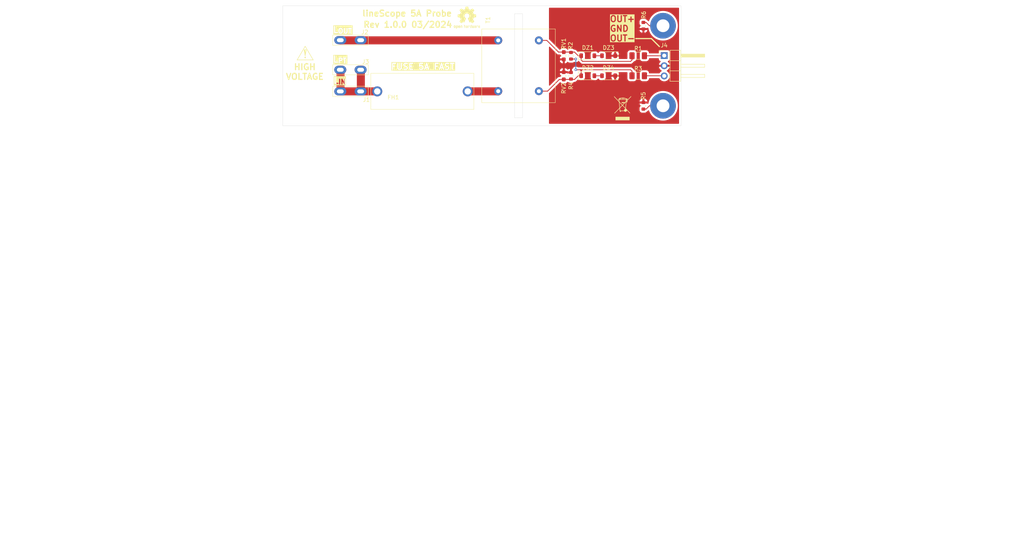
<source format=kicad_pcb>
(kicad_pcb (version 20240108) (generator "pcbnew") (generator_version "8.0")
  (title_block (title "lineScope 5A Probe") (date "2024-03-21") (rev "1.0.0") (company "Koszalix"))
  (layers (0 "F.Cu" signal) (31 "B.Cu" signal) (34 "B.Paste" user) (35 "F.Paste" user) (36 "B.SilkS" user "B.Silkscreen") (37 "F.SilkS" user "F.Silkscreen") (38 "B.Mask" user) (39 "F.Mask" user) (44 "Edge.Cuts" user))
  (net 0 "")
  (net 1 "Net-(DZ1-Pad1)")
  (net 2 "Net-(DZ1-Pad2)")
  (net 3 "Net-(DZ2-Pad2)")
  (net 4 "Net-(DZ2-Pad1)")
  (net 5 "GND")
  (net 6 "Net-(H2-Pad1)")
  (net 7 "Net-(H3-Pad1)")
  (net 8 "/HV_{L1}")
  (net 9 "/HV_{LIN}")
  (net 10 "/HV_{LOUT}")
  (net 11 "/OUT_{H}")
  (net 12 "/OUT_{L}")
  (footprint "Resistor_SMD:R_0603_1608Metric" (layer "F.Cu") (at 186.7125 82.6 90)
    (property "Reference" "R5" (at 2.5 -0.0125 90) (layer "F.SilkS"))
    (property "Value" "0R")
    (pad "1" smd roundrect (at -0.825 0 90) (size 0.8 0.95) (layers "F.Cu" "F.Paste" "F.Mask") (net 6 "Net-(H2-Pad1)"))
    (pad "2" smd roundrect (at 0.825 0 90) (size 0.8 0.95) (layers "F.Cu" "F.Paste" "F.Mask") (net 5 "GND"))
  )
  (footprint "Koszalix_Connectors_Tab:TE-1-726388-2" (layer "F.Cu") (at 113.5125 73.6)
    (property "Reference" "J3" (at 3.7875 -2 0) (layer "F.SilkS"))
    (property "Value" "~")
    (pad "1" thru_hole oval (at -2.54 0) (size 3 2) (drill oval 1.7 1) (layers "*.Cu" "*.Mask") (net 9 "/HV_{LIN}"))
    (pad "1" thru_hole oval (at 2.54 0) (size 3 2) (drill oval 1.7 1) (layers "*.Cu" "*.Mask") (net 9 "/HV_{LIN}"))
  )
  (footprint "MountingHole:MountingHole_3.2mm_M3_Pad" (layer "F.Cu") (at 191.6125 82.6)
    (property "Reference" "H2" (hide yes))
    (property "Value" "MountingHole_Pad")
    (pad "1" thru_hole circle (at 0 0) (size 6.4 6.4) (drill 3.2) (layers "*.Cu" "*.Mask") (net 6 "Net-(H2-Pad1)"))
  )
  (footprint "Resistor_SMD:R_0603_1608Metric" (layer "F.Cu") (at 168.6125 75.1 90)
    (property "Reference" "R4" (at -2.5 -0.0125 90) (layer "F.SilkS"))
    (property "Value" "0R")
    (pad "1" smd roundrect (at -0.825 0 90) (size 0.8 0.95) (layers "F.Cu" "F.Paste" "F.Mask") (net 4 "Net-(DZ2-Pad1)"))
    (pad "2" smd roundrect (at 0.825 0 90) (size 0.8 0.95) (layers "F.Cu" "F.Paste" "F.Mask") (net 5 "GND"))
  )
  (footprint "Koszalix_Fuse_Holders:ESKA_503.400" (layer "F.Cu") (at 120.2125 79)
    (property "Reference" "FH1" (at 4 1.5 0) (layer "F.SilkS"))
    (property "Value" "503.400")
    (pad "1" thru_hole circle (at 0 0) (size 2.5 2.5) (drill 1.6) (layers "*.Cu" "*.Mask") (net 9 "/HV_{LIN}"))
    (pad "2" thru_hole circle (at 22.6 0) (size 2.5 2.5) (drill 1.6) (layers "*.Cu" "*.Mask") (net 8 "/HV_{L1}"))
  )
  (footprint "Diode_SMD:D_SOD-123" (layer "F.Cu") (at 178.0125 75.1 180)
    (property "Reference" "DZ4" (at 0.0125 2 180) (layer "F.SilkS"))
    (property "Value" "1V8")
    (pad "1" smd roundrect (at -1.65 0 180) (size 0.9 1.2) (layers "F.Cu" "F.Paste" "F.Mask") (net 5 "GND"))
    (pad "2" smd roundrect (at 1.65 0 180) (size 0.9 1.2) (layers "F.Cu" "F.Paste" "F.Mask") (net 3 "Net-(DZ2-Pad2)"))
  )
  (footprint "Resistor_SMD:R_1206_3216Metric_Pad1.30x1.75mm_HandSolder" (layer "F.Cu") (at 185.4125 75.1)
    (property "Reference" "R3" (at 0 -1.82 0) (layer "F.SilkS"))
    (property "Value" "0R")
    (pad "1" smd roundrect (at -1.55 0) (size 1.3 1.75) (layers "F.Cu" "F.Paste" "F.Mask") (roundrect_rratio 0.192308) (net 4 "Net-(DZ2-Pad1)"))
    (pad "2" smd roundrect (at 1.55 0) (size 1.3 1.75) (layers "F.Cu" "F.Paste" "F.Mask") (roundrect_rratio 0.192308) (net 12 "/OUT_{L}"))
  )
  (footprint "Koszalix_Connectors_Tab:TE-1-726388-2" (layer "F.Cu") (at 113.5125 79)
    (property "Reference" "J1" (at 3.9875 2.1 0) (layer "F.SilkS"))
    (property "Value" "~")
    (pad "1" thru_hole oval (at -2.54 0) (size 3 2) (drill oval 1.7 1) (layers "*.Cu" "*.Mask") (net 9 "/HV_{LIN}"))
    (pad "1" thru_hole oval (at 2.54 0) (size 3 2) (drill oval 1.7 1) (layers "*.Cu" "*.Mask") (net 9 "/HV_{LIN}"))
  )
  (footprint "Symbol:WEEE-Logo_4.2x6mm_SilkScreen" (layer "F.Cu") (at 181.5125 83.2)
    (property "Reference" "REF**" (hide yes))
    (property "Value" "WEEE-Logo_4.2x6mm_SilkScreen" (hide yes))
  )
  (footprint "Resistor_SMD:R_0603_1608Metric_Pad0.98x0.95mm_HandSolder" (layer "F.Cu") (at 166.8125 75.1 90)
    (property "Reference" "RV2" (at -3.1 -0.0125 90) (layer "F.SilkS"))
    (property "Value" "18V")
    (pad "1" smd roundrect (at -0.9125 0 90) (size 0.975 0.95) (layers "F.Cu" "F.Paste" "F.Mask") (net 4 "Net-(DZ2-Pad1)"))
    (pad "2" smd roundrect (at 0.9125 0 90) (size 0.975 0.95) (layers "F.Cu" "F.Paste" "F.Mask") (net 5 "GND"))
  )
  (footprint "MountingHole:MountingHole_3.2mm_M3" (layer "F.Cu") (at 101.6125 62.6)
    (property "Reference" "H4" (hide yes))
    (property "Value" "MountingHole")
    (pad "" np_thru_hole circle (at 0 0) (size 3.2 3.2) (drill 3.2) (layers "*.Cu" "*.Mask"))
  )
  (footprint "Diode_SMD:D_SOD-123" (layer "F.Cu") (at 172.8125 70.1)
    (property "Reference" "DZ1" (at 0 -2 0) (layer "F.SilkS"))
    (property "Value" "1V8")
    (pad "1" smd roundrect (at -1.65 0) (size 0.9 1.2) (layers "F.Cu" "F.Paste" "F.Mask") (net 1 "Net-(DZ1-Pad1)"))
    (pad "2" smd roundrect (at 1.65 0) (size 0.9 1.2) (layers "F.Cu" "F.Paste" "F.Mask") (net 2 "Net-(DZ1-Pad2)"))
  )
  (footprint "MountingHole:MountingHole_3.2mm_M3_Pad" (layer "F.Cu") (at 191.6125 62.6)
    (property "Reference" "H3" (hide yes))
    (property "Value" "MountingHole_Pad")
    (pad "1" thru_hole circle (at 0 0) (size 6.4 6.4) (drill 3.2) (layers "*.Cu" "*.Mask") (net 7 "Net-(H3-Pad1)"))
  )
  (footprint "Symbol:OSHW-Logo2_7.3x6mm_SilkScreen" (layer "F.Cu") (at 142.6125 60.6)
    (property "Reference" "REF**" (hide yes))
    (property "Value" "OSHW-Logo2_7.3x6mm_SilkScreen" (hide yes))
  )
  (footprint "Koszalix_Transformers:PowerUC-TV16" (layer "F.Cu") (at 155.5125 72.6 90)
    (property "Reference" "T1" (at 11.43 -7.62 90) (layer "F.SilkS"))
    (property "Value" "TA16-01" (hide yes))
    (pad "1" thru_hole circle (at -6.35 -5.08 90) (size 2 2) (drill 1) (layers "*.Cu" "*.Mask") (net 8 "/HV_{L1}"))
    (pad "2" thru_hole circle (at 6.35 -5.08 90) (size 2 2) (drill 1) (layers "*.Cu" "*.Mask") (net 10 "/HV_{LOUT}"))
    (pad "3" thru_hole circle (at 6.35 5.08 90) (size 2 2) (drill 1) (layers "*.Cu" "*.Mask") (net 1 "Net-(DZ1-Pad1)"))
    (pad "4" thru_hole circle (at -6.35 5.08 90) (size 2 2) (drill 1) (layers "*.Cu" "*.Mask") (net 4 "Net-(DZ2-Pad1)"))
  )
  (footprint "Resistor_SMD:R_1206_3216Metric_Pad1.30x1.75mm_HandSolder" (layer "F.Cu") (at 185.4125 70.1)
    (property "Reference" "R1" (at 0 -1.82 0) (layer "F.SilkS"))
    (property "Value" "0R")
    (pad "1" smd roundrect (at -1.55 0) (size 1.3 1.75) (layers "F.Cu" "F.Paste" "F.Mask") (roundrect_rratio 0.192308) (net 1 "Net-(DZ1-Pad1)"))
    (pad "2" smd roundrect (at 1.55 0) (size 1.3 1.75) (layers "F.Cu" "F.Paste" "F.Mask") (roundrect_rratio 0.192308) (net 11 "/OUT_{H}"))
  )
  (footprint "Diode_SMD:D_SOD-123" (layer "F.Cu") (at 172.8125 75.1)
    (property "Reference" "DZ2" (at 0 -2 0) (layer "F.SilkS"))
    (property "Value" "1V8")
    (pad "1" smd roundrect (at -1.65 0) (size 0.9 1.2) (layers "F.Cu" "F.Paste" "F.Mask") (net 4 "Net-(DZ2-Pad1)"))
    (pad "2" smd roundrect (at 1.65 0) (size 0.9 1.2) (layers "F.Cu" "F.Paste" "F.Mask") (net 3 "Net-(DZ2-Pad2)"))
  )
  (footprint "Resistor_SMD:R_0603_1608Metric" (layer "F.Cu") (at 168.6125 70.1 -90)
    (property "Reference" "R2" (at -2.5 0.1125 -90) (layer "F.SilkS"))
    (property "Value" "300R")
    (pad "1" smd roundrect (at -0.825 0 270) (size 0.8 0.95) (layers "F.Cu" "F.Paste" "F.Mask") (net 1 "Net-(DZ1-Pad1)"))
    (pad "2" smd roundrect (at 0.825 0 270) (size 0.8 0.95) (layers "F.Cu" "F.Paste" "F.Mask") (net 4 "Net-(DZ2-Pad1)"))
  )
  (footprint "Koszalix_Symbols:Attention" (layer "F.Cu") (at 102.2 64.8375)
    (property "Reference" "REF**" (hide yes))
    (property "Value" "Attention")
  )
  (footprint "Diode_SMD:D_SOD-123" (layer "F.Cu") (at 178.0125 70.1 180)
    (property "Reference" "DZ3" (at 0.0125 2 180) (layer "F.SilkS"))
    (property "Value" "1V8")
    (pad "1" smd roundrect (at -1.65 0 180) (size 0.9 1.2) (layers "F.Cu" "F.Paste" "F.Mask") (net 5 "GND"))
    (pad "2" smd roundrect (at 1.65 0 180) (size 0.9 1.2) (layers "F.Cu" "F.Paste" "F.Mask") (net 2 "Net-(DZ1-Pad2)"))
  )
  (footprint "Resistor_SMD:R_0603_1608Metric_Pad0.98x0.95mm_HandSolder" (layer "F.Cu") (at 166.8125 70.1 -90)
    (property "Reference" "RV1" (at -3 0.0125 -90) (layer "F.SilkS"))
    (property "Value" "18V")
    (pad "1" smd roundrect (at -0.9125 0 270) (size 0.975 0.95) (layers "F.Cu" "F.Paste" "F.Mask") (net 1 "Net-(DZ1-Pad1)"))
    (pad "2" smd roundrect (at 0.9125 0 270) (size 0.975 0.95) (layers "F.Cu" "F.Paste" "F.Mask") (net 5 "GND"))
  )
  (footprint "Connector_PinHeader_2.54mm:PinHeader_1x03_P2.54mm_Horizontal" (layer "F.Cu") (at 191.9125 70.06)
    (property "Reference" "J4" (at -0.0125 -2.56 0) (layer "F.SilkS"))
    (property "Value" "Conn_01x03")
    (pad "1" thru_hole rect (at 0 0) (size 1.7 1.7) (drill 1) (layers "*.Cu" "*.Mask") (net 11 "/OUT_{H}"))
    (pad "2" thru_hole oval (at 0 2.54) (size 1.7 1.7) (drill 1) (layers "*.Cu" "*.Mask") (net 5 "GND"))
    (pad "3" thru_hole oval (at 0 5.08) (size 1.7 1.7) (drill 1) (layers "*.Cu" "*.Mask") (net 12 "/OUT_{L}"))
  )
  (footprint "MountingHole:MountingHole_3.2mm_M3" (layer "F.Cu") (at 101.6125 82.6)
    (property "Reference" "H1" (hide yes))
    (property "Value" "MountingHole")
    (pad "" np_thru_hole circle (at 0 0) (size 3.2 3.2) (drill 3.2) (layers "*.Cu" "*.Mask"))
  )
  (footprint "Koszalix_Connectors_Tab:TE-1-726388-2" (layer "F.Cu") (at 113.5125 66.2 180)
    (property "Reference" "J2" (at -3.5875 2 0) (layer "F.SilkS"))
    (property "Value" "~")
    (pad "1" thru_hole oval (at -2.54 0 180) (size 3 2) (drill oval 1.7 1) (layers "*.Cu" "*.Mask") (net 10 "/HV_{LOUT}"))
    (pad "1" thru_hole oval (at 2.54 0 180) (size 3 2) (drill oval 1.7 1) (layers "*.Cu" "*.Mask") (net 10 "/HV_{LOUT}"))
  )
  (footprint "Resistor_SMD:R_0603_1608Metric" (layer "F.Cu") (at 186.7125 62.6 -90)
    (property "Reference" "R6" (at -2.7 -0.0875 -90) (layer "F.SilkS"))
    (property "Value" "0R")
    (pad "1" smd roundrect (at -0.825 0 270) (size 0.8 0.95) (layers "F.Cu" "F.Paste" "F.Mask") (net 7 "Net-(H3-Pad1)"))
    (pad "2" smd roundrect (at 0.825 0 270) (size 0.8 0.95) (layers "F.Cu" "F.Paste" "F.Mask") (net 5 "GND"))
  )
  (gr_line (start 184.8 65.8) (end 188.7 65.8) (stroke (width 0.3)) (layer "F.SilkS"))
  (gr_line (start 188.7 65.8) (end 190.7 67.8) (stroke (width 0.3)) (layer "F.SilkS"))
  (gr_line (start 154.5125 59.6) (end 156.5125 59.6) (stroke (width 0.05)) (layer "Edge.Cuts"))
  (gr_rect (start 96.6125 57.6) (end 196.1125 87.6) (stroke (width 0.05)) (fill none) (layer "Edge.Cuts"))
  (gr_line (start 156.5125 85.6) (end 154.5125 85.6) (stroke (width 0.05)) (layer "Edge.Cuts"))
  (gr_line (start 154.5125 85.6) (end 154.5125 59.6) (stroke (width 0.05)) (layer "Edge.Cuts"))
  (gr_line (start 156.5125 59.6) (end 156.5125 85.6) (stroke (width 0.05)) (layer "Edge.Cuts"))
  (gr_text "OUT+\nGND\nOUT-" (at 178.2 66.6 0) (layer "F.SilkS" knockout) (effects (font (size 1.5 1.5) (thickness 0.3) (bold yes)) (justify left bottom)))
  (gr_text "HIGH\nVOLTAGE" (at 102.1125 76.2 0) (layer "F.SilkS") (effects (font (size 1.5 1.5) (thickness 0.3) (bold yes)) (justify bottom)))
  (gr_text "lineScope 5A Probe" (at 116.3125 60.4 0) (layer "F.SilkS") (effects (font (size 1.5 1.5) (thickness 0.3) (bold yes)) (justify left bottom)))
  (gr_text "Rev 1.0.0 03/2024" (at 116.6125 63.2 0) (layer "F.SilkS") (effects (font (size 1.5 1.5) (thickness 0.3) (bold yes)) (justify left bottom)))
  (gr_text "L_{OUT}" (at 109.0125 64.5 0) (layer "F.SilkS" knockout) (effects (font (size 1.5 1.5) (thickness 0.3) (bold yes)) (justify left bottom)))
  (gr_text "L_{IN}" (at 109.1125 77.2 0) (layer "F.SilkS" knockout) (effects (font (size 1.5 1.5) (thickness 0.3) (bold yes)) (justify left bottom)))
  (gr_text "FUSE 5A FAST" (at 123.5125 73.7 0) (layer "F.SilkS" knockout) (effects (font (size 1.5 1.5) (thickness 0.3) (bold yes)) (justify left bottom)))
  (gr_text "L_{PT}" (at 109.0125 71.9 0) (layer "F.SilkS" knockout) (effects (font (size 1.5 1.5) (thickness 0.3) (bold yes)) (justify left bottom)))
  (segment (start 171.1625 70.1) (end 170.4125 70.1) (width 0.2) (layer "F.Cu") (net 1))
  (segment (start 171.5125 71.5) (end 183.5125 71.5) (width 0.2) (layer "F.Cu") (net 1))
  (segment (start 166.8125 69.1875) (end 165.5 69.1875) (width 0.2) (layer "F.Cu") (net 1))
  (segment (start 169.5 69.1875) (end 166.8125 69.1875) (width 0.2) (layer "F.Cu") (net 1))
  (segment (start 171.1625 71.15) (end 171.5125 71.5) (width 0.2) (layer "F.Cu") (net 1))
  (segment (start 170.4125 70.1) (end 169.5 69.1875) (width 0.2) (layer "F.Cu") (net 1))
  (segment (start 183.8625 71.15) (end 183.8625 70.1) (width 0.2) (layer "F.Cu") (net 1))
  (segment (start 165.5 69.1875) (end 162.5625 66.25) (width 0.2) (layer "F.Cu") (net 1))
  (segment (start 162.5625 66.25) (end 160.5925 66.25) (width 0.2) (layer "F.Cu") (net 1))
  (segment (start 171.1625 70.1) (end 171.1625 71.15) (width 0.2) (layer "F.Cu") (net 1))
  (segment (start 183.5125 71.5) (end 183.8625 71.15) (width 0.2) (layer "F.Cu") (net 1))
  (segment (start 174.4625 70.1) (end 176.3625 70.1) (width 0.2) (layer "F.Cu") (net 2))
  (segment (start 176.3625 75.1) (end 174.4625 75.1) (width 0.2) (layer "F.Cu") (net 3))
  (segment (start 169.8125 73.6) (end 170.9125 73.6) (width 0.2) (layer "F.Cu") (net 4))
  (segment (start 160.5925 78.95) (end 162.7625 78.95) (width 0.2) (layer "F.Cu") (net 4))
  (segment (start 171.1625 73.85) (end 171.1625 73.75) (width 0.2) (layer "F.Cu") (net 4))
  (segment (start 183.5125 73.6) (end 183.8625 73.95) (width 0.2) (layer "F.Cu") (net 4))
  (segment (start 168.6125 70.925) (end 169.7875 70.925) (width 0.2) (layer "F.Cu") (net 4))
  (segment (start 171.4125 73.6) (end 183.5125 73.6) (width 0.2) (layer "F.Cu") (net 4))
  (segment (start 169.5 76.0125) (end 170.4125 75.1) (width 0.2) (layer "F.Cu") (net 4))
  (segment (start 171.1625 73.85) (end 171.4125 73.6) (width 0.2) (layer "F.Cu") (net 4))
  (segment (start 171.0125 73.6) (end 171.4125 73.6) (width 0.2) (layer "F.Cu") (net 4))
  (segment (start 183.8625 73.95) (end 183.8625 75.1) (width 0.2) (layer "F.Cu") (net 4))
  (segment (start 169.7875 70.925) (end 169.8125 70.9) (width 0.2) (layer "F.Cu") (net 4))
  (segment (start 170.9125 73.6) (end 171.0125 73.6) (width 0.2) (layer "F.Cu") (net 4))
  (segment (start 171.1625 73.75) (end 171.0125 73.6) (width 0.2) (layer "F.Cu") (net 4))
  (segment (start 166.8125 76.0125) (end 169.5 76.0125) (width 0.2) (layer "F.Cu") (net 4))
  (segment (start 171.1625 75.1) (end 171.1625 73.85) (width 0.2) (layer "F.Cu") (net 4))
  (segment (start 170.4125 75.1) (end 171.1625 75.1) (width 0.2) (layer "F.Cu") (net 4))
  (segment (start 165.7 76.0125) (end 166.8125 76.0125) (width 0.2) (layer "F.Cu") (net 4))
  (segment (start 171.1625 73.85) (end 170.9125 73.6) (width 0.2) (layer "F.Cu") (net 4))
  (segment (start 162.7625 78.95) (end 165.7 76.0125) (width 0.2) (layer "F.Cu") (net 4))
  (via (at 169.8125 73.6) (size 0.6) (drill 0.3) (layers "F.Cu" "B.Cu") (net 4))
  (via (at 169.8125 70.9) (size 0.6) (drill 0.3) (layers "F.Cu" "B.Cu") (net 4))
  (segment (start 169.8125 71.6) (end 169.8125 73.6) (width 0.2) (layer "B.Cu") (net 4))
  (segment (start 169.8125 70.9) (end 169.8125 71.6) (width 0.2) (layer "B.Cu") (net 4))
  (segment (start 188.2125 82.6) (end 191.6125 82.6) (width 0.2) (layer "F.Cu") (net 6))
  (segment (start 186.7125 83.425) (end 187.3875 83.425) (width 0.2) (layer "F.Cu") (net 6))
  (segment (start 187.3875 83.425) (end 188.2125 82.6) (width 0.2) (layer "F.Cu") (net 6))
  (segment (start 187.3875 61.775) (end 186.7125 61.775) (width 0.2) (layer "F.Cu") (net 7))
  (segment (start 191.6125 62.6) (end 188.2125 62.6) (width 0.2) (layer "F.Cu") (net 7))
  (segment (start 188.2125 62.6) (end 187.3875 61.775) (width 0.2) (layer "F.Cu") (net 7))
  (segment (start 150.3825 79) (end 150.4325 78.95) (width 2) (layer "F.Cu") (net 8))
  (segment (start 142.8125 79) (end 150.3825 79) (width 2) (layer "F.Cu") (net 8))
  (segment (start 116.1125 73.6) (end 116.1125 78.94) (width 2) (layer "F.Cu") (net 9))
  (segment (start 111.0325 78.94) (end 110.9725 79) (width 2) (layer "F.Cu") (net 9))
  (segment (start 110.9725 79) (end 120.2125 79) (width 2) (layer "F.Cu") (net 9))
  (segment (start 116.1125 78.94) (end 116.0525 79) (width 2) (layer "F.Cu") (net 9))
  (segment (start 111.0325 73.6) (end 111.0325 78.94) (width 2) (layer "F.Cu") (net 9))
  (segment (start 111.0225 66.25) (end 110.9725 66.2) (width 2) (layer "F.Cu") (net 10))
  (segment (start 150.4325 66.25) (end 111.0225 66.25) (width 2) (layer "F.Cu") (net 10))
  (segment (start 192.1125 70.1) (end 186.9625 70.1) (width 0.2) (layer "F.Cu") (net 11))
  (segment (start 186.9625 75.1) (end 192.1125 75.1) (width 0.2) (layer "F.Cu") (net 12))
  (zone (net 5) (net_name "GND") (layer "F.Cu") (connect_pads (clearance 0.5)) (min_thickness 0.25) (fill yes (thermal_gap 0.5) (thermal_bridge_width 0.5))
    (polygon (pts (xy 163.1125 56.6) (xy 163.1125 89.1) (xy 200.1125 89.1) (xy 200.1125 56.6)))
  )
)
</source>
